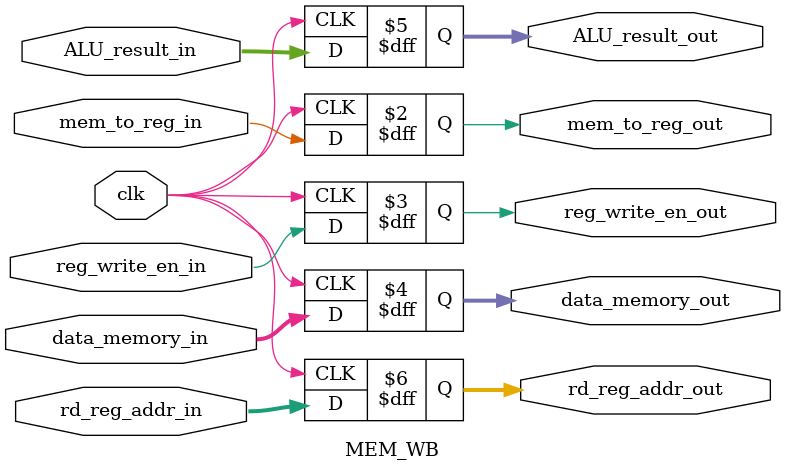
<source format=v>

`include "defs.v"

module MEM_WB (
  input clk,
  input mem_to_reg_in,
  input reg_write_en_in,
  input [4:0] rd_reg_addr_in,
  input [31:0] data_memory_in,
  input [31:0] ALU_result_in,
  output reg mem_to_reg_out,
  output reg reg_write_en_out,
  output reg [31:0] data_memory_out,
  output reg [31:0] ALU_result_out,
  output reg [4:0] rd_reg_addr_out
);
  
  always@(posedge clk) begin
    data_memory_out <= data_memory_in;
    ALU_result_out <= ALU_result_in;
    mem_to_reg_out <= mem_to_reg_in;
    reg_write_en_out <= reg_write_en_in;
    rd_reg_addr_out <= rd_reg_addr_in;
  end
  
endmodule

</source>
